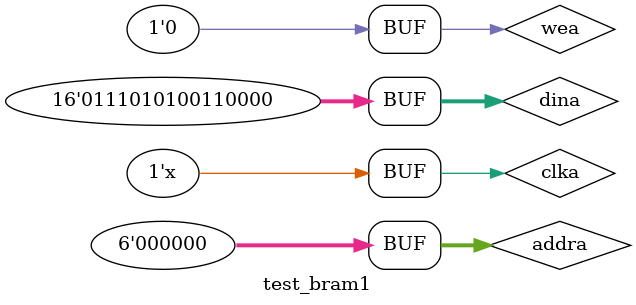
<source format=v>
`timescale 1ns / 1ps


module test_bram1;

	// Inputs
	reg clka;
	reg [0:0] wea;
	reg [5:0] addra;
	reg [15:0] dina;

	// Outputs
	wire [15:0] douta;

	// Instantiate the Unit Under Test (UUT)
	BRAM_node uut (
		.clka(clka), 
		.wea(wea), 
		.addra(addra), 
		.dina(dina), 
		.douta(douta)
	);
	parameter STEP = 20;
	parameter STEP_half=10;
	always begin
		#STEP_half;
		clka<=~clka;
	end
	
	initial begin
		// Initialize Inputs
		clka = 1;
		wea = 0;
		addra = 0;
		dina = 0;

		// Wait 100 ns for global reset to finish
		#100;
		
		addra = 0;
		dina = 55423;
		wea = 1;
		
		#20;
		wea = 0;
		addra = 1;
		dina = 30000;
		#20
		addra = 0;
		#20
		wea = 1;
		#20
		wea = 0;
		
        
		// Add stimulus here

	end
      
endmodule


</source>
